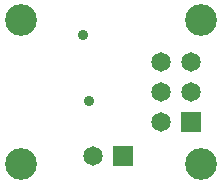
<source format=gbs>
G04*
G04 #@! TF.GenerationSoftware,Altium Limited,Altium Designer,19.1.5 (86)*
G04*
G04 Layer_Color=16711935*
%FSLAX25Y25*%
%MOIN*%
G70*
G01*
G75*
%ADD19C,0.06506*%
%ADD20R,0.06506X0.06506*%
%ADD21C,0.10600*%
%ADD22R,0.06506X0.06506*%
%ADD23C,0.03600*%
D19*
X34000Y12500D02*
D03*
X56500Y44000D02*
D03*
X66500D02*
D03*
X56500Y34000D02*
D03*
X66500D02*
D03*
X56500Y24000D02*
D03*
D20*
X44000Y12500D02*
D03*
D21*
X10000Y10000D02*
D03*
Y58000D02*
D03*
X70000D02*
D03*
Y10000D02*
D03*
D22*
X66500Y24000D02*
D03*
D23*
X30500Y53000D02*
D03*
X32500Y31000D02*
D03*
M02*

</source>
